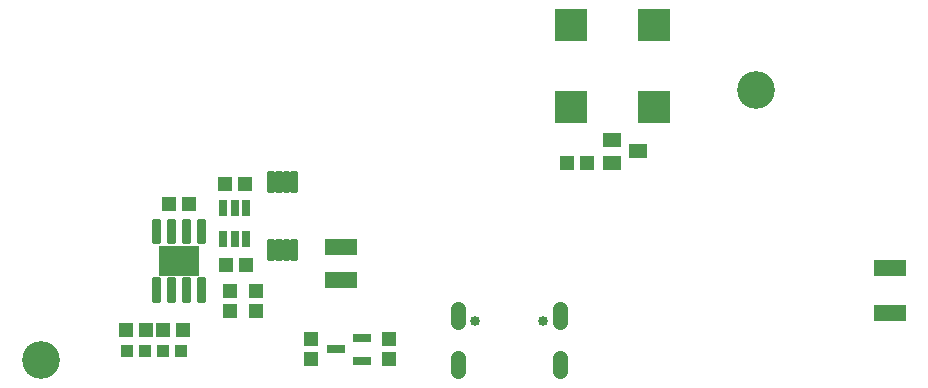
<source format=gbr>
G04 EAGLE Gerber RS-274X export*
G75*
%MOMM*%
%FSLAX34Y34*%
%LPD*%
%INSoldermask Bottom*%
%IPPOS*%
%AMOC8*
5,1,8,0,0,1.08239X$1,22.5*%
G01*
%ADD10C,3.203200*%
%ADD11R,1.303200X1.203200*%
%ADD12R,1.203200X1.303200*%
%ADD13R,0.753200X1.403200*%
%ADD14C,1.311200*%
%ADD15C,0.853200*%
%ADD16R,1.003200X1.003200*%
%ADD17R,2.703200X2.703200*%
%ADD18R,2.743200X1.473200*%
%ADD19C,0.301600*%
%ADD20R,1.603200X1.203200*%
%ADD21R,1.524000X0.762000*%
%ADD22R,1.524000X0.711200*%
%ADD23C,0.353406*%
%ADD24R,3.505200X2.616200*%


D10*
X-400201Y27035D03*
X205000Y255000D03*
D11*
X-243450Y106680D03*
X-226450Y106680D03*
D12*
X-218440Y67700D03*
X-218440Y84700D03*
X-105410Y27060D03*
X-105410Y44060D03*
X-171450Y44060D03*
X-171450Y27060D03*
D13*
X-245720Y155240D03*
X-236220Y155240D03*
X-226720Y155240D03*
X-226720Y129240D03*
X-245720Y129240D03*
X-236220Y129240D03*
D14*
X-47010Y28400D02*
X-47010Y17320D01*
X39390Y17320D02*
X39390Y28400D01*
X-47010Y59120D02*
X-47010Y70200D01*
X39390Y70200D02*
X39390Y59120D01*
D15*
X25090Y59660D03*
X-32710Y59660D03*
D16*
X-327540Y34290D03*
X-312540Y34290D03*
X-297060Y34290D03*
X-282060Y34290D03*
D17*
X118820Y240590D03*
X48820Y240590D03*
X118820Y310590D03*
X48820Y310590D03*
D18*
X-146050Y121920D03*
X-146050Y93980D03*
D19*
X-184322Y112482D02*
X-184322Y127098D01*
X-184322Y112482D02*
X-187338Y112482D01*
X-187338Y127098D01*
X-184322Y127098D01*
X-184322Y115347D02*
X-187338Y115347D01*
X-187338Y118212D02*
X-184322Y118212D01*
X-184322Y121077D02*
X-187338Y121077D01*
X-187338Y123942D02*
X-184322Y123942D01*
X-184322Y126807D02*
X-187338Y126807D01*
X-190822Y127098D02*
X-190822Y112482D01*
X-193838Y112482D01*
X-193838Y127098D01*
X-190822Y127098D01*
X-190822Y115347D02*
X-193838Y115347D01*
X-193838Y118212D02*
X-190822Y118212D01*
X-190822Y121077D02*
X-193838Y121077D01*
X-193838Y123942D02*
X-190822Y123942D01*
X-190822Y126807D02*
X-193838Y126807D01*
X-197322Y127098D02*
X-197322Y112482D01*
X-200338Y112482D01*
X-200338Y127098D01*
X-197322Y127098D01*
X-197322Y115347D02*
X-200338Y115347D01*
X-200338Y118212D02*
X-197322Y118212D01*
X-197322Y121077D02*
X-200338Y121077D01*
X-200338Y123942D02*
X-197322Y123942D01*
X-197322Y126807D02*
X-200338Y126807D01*
X-203822Y127098D02*
X-203822Y112482D01*
X-206838Y112482D01*
X-206838Y127098D01*
X-203822Y127098D01*
X-203822Y115347D02*
X-206838Y115347D01*
X-206838Y118212D02*
X-203822Y118212D01*
X-203822Y121077D02*
X-206838Y121077D01*
X-206838Y123942D02*
X-203822Y123942D01*
X-203822Y126807D02*
X-206838Y126807D01*
X-203822Y170082D02*
X-203822Y184698D01*
X-203822Y170082D02*
X-206838Y170082D01*
X-206838Y184698D01*
X-203822Y184698D01*
X-203822Y172947D02*
X-206838Y172947D01*
X-206838Y175812D02*
X-203822Y175812D01*
X-203822Y178677D02*
X-206838Y178677D01*
X-206838Y181542D02*
X-203822Y181542D01*
X-203822Y184407D02*
X-206838Y184407D01*
X-197322Y184698D02*
X-197322Y170082D01*
X-200338Y170082D01*
X-200338Y184698D01*
X-197322Y184698D01*
X-197322Y172947D02*
X-200338Y172947D01*
X-200338Y175812D02*
X-197322Y175812D01*
X-197322Y178677D02*
X-200338Y178677D01*
X-200338Y181542D02*
X-197322Y181542D01*
X-197322Y184407D02*
X-200338Y184407D01*
X-190822Y184698D02*
X-190822Y170082D01*
X-193838Y170082D01*
X-193838Y184698D01*
X-190822Y184698D01*
X-190822Y172947D02*
X-193838Y172947D01*
X-193838Y175812D02*
X-190822Y175812D01*
X-190822Y178677D02*
X-193838Y178677D01*
X-193838Y181542D02*
X-190822Y181542D01*
X-190822Y184407D02*
X-193838Y184407D01*
X-184322Y184698D02*
X-184322Y170082D01*
X-187338Y170082D01*
X-187338Y184698D01*
X-184322Y184698D01*
X-184322Y172947D02*
X-187338Y172947D01*
X-187338Y175812D02*
X-184322Y175812D01*
X-184322Y178677D02*
X-187338Y178677D01*
X-187338Y181542D02*
X-184322Y181542D01*
X-184322Y184407D02*
X-187338Y184407D01*
D12*
X-311540Y52070D03*
X-328540Y52070D03*
X-227720Y175260D03*
X-244720Y175260D03*
D11*
X-240030Y67700D03*
X-240030Y84700D03*
D12*
X-279790Y52070D03*
X-296790Y52070D03*
X44840Y193040D03*
X61840Y193040D03*
X-274710Y158750D03*
X-291710Y158750D03*
D20*
X82980Y193700D03*
X104980Y203200D03*
X82980Y212700D03*
D21*
X-128778Y44958D03*
X-128778Y26162D03*
D22*
X-150622Y35560D03*
D23*
X-304509Y126141D02*
X-304509Y144339D01*
X-300011Y144339D01*
X-300011Y126141D01*
X-304509Y126141D01*
X-304509Y129498D02*
X-300011Y129498D01*
X-300011Y132855D02*
X-304509Y132855D01*
X-304509Y136212D02*
X-300011Y136212D01*
X-300011Y139569D02*
X-304509Y139569D01*
X-304509Y142926D02*
X-300011Y142926D01*
X-291809Y144339D02*
X-291809Y126141D01*
X-291809Y144339D02*
X-287311Y144339D01*
X-287311Y126141D01*
X-291809Y126141D01*
X-291809Y129498D02*
X-287311Y129498D01*
X-287311Y132855D02*
X-291809Y132855D01*
X-291809Y136212D02*
X-287311Y136212D01*
X-287311Y139569D02*
X-291809Y139569D01*
X-291809Y142926D02*
X-287311Y142926D01*
X-279109Y144339D02*
X-279109Y126141D01*
X-279109Y144339D02*
X-274611Y144339D01*
X-274611Y126141D01*
X-279109Y126141D01*
X-279109Y129498D02*
X-274611Y129498D01*
X-274611Y132855D02*
X-279109Y132855D01*
X-279109Y136212D02*
X-274611Y136212D01*
X-274611Y139569D02*
X-279109Y139569D01*
X-279109Y142926D02*
X-274611Y142926D01*
X-266409Y144339D02*
X-266409Y126141D01*
X-266409Y144339D02*
X-261911Y144339D01*
X-261911Y126141D01*
X-266409Y126141D01*
X-266409Y129498D02*
X-261911Y129498D01*
X-261911Y132855D02*
X-266409Y132855D01*
X-266409Y136212D02*
X-261911Y136212D01*
X-261911Y139569D02*
X-266409Y139569D01*
X-266409Y142926D02*
X-261911Y142926D01*
X-266409Y94839D02*
X-266409Y76641D01*
X-266409Y94839D02*
X-261911Y94839D01*
X-261911Y76641D01*
X-266409Y76641D01*
X-266409Y79998D02*
X-261911Y79998D01*
X-261911Y83355D02*
X-266409Y83355D01*
X-266409Y86712D02*
X-261911Y86712D01*
X-261911Y90069D02*
X-266409Y90069D01*
X-266409Y93426D02*
X-261911Y93426D01*
X-279109Y94839D02*
X-279109Y76641D01*
X-279109Y94839D02*
X-274611Y94839D01*
X-274611Y76641D01*
X-279109Y76641D01*
X-279109Y79998D02*
X-274611Y79998D01*
X-274611Y83355D02*
X-279109Y83355D01*
X-279109Y86712D02*
X-274611Y86712D01*
X-274611Y90069D02*
X-279109Y90069D01*
X-279109Y93426D02*
X-274611Y93426D01*
X-291809Y94839D02*
X-291809Y76641D01*
X-291809Y94839D02*
X-287311Y94839D01*
X-287311Y76641D01*
X-291809Y76641D01*
X-291809Y79998D02*
X-287311Y79998D01*
X-287311Y83355D02*
X-291809Y83355D01*
X-291809Y86712D02*
X-287311Y86712D01*
X-287311Y90069D02*
X-291809Y90069D01*
X-291809Y93426D02*
X-287311Y93426D01*
X-304509Y94839D02*
X-304509Y76641D01*
X-304509Y94839D02*
X-300011Y94839D01*
X-300011Y76641D01*
X-304509Y76641D01*
X-304509Y79998D02*
X-300011Y79998D01*
X-300011Y83355D02*
X-304509Y83355D01*
X-304509Y86712D02*
X-300011Y86712D01*
X-300011Y90069D02*
X-304509Y90069D01*
X-304509Y93426D02*
X-300011Y93426D01*
D24*
X-283210Y110490D03*
D18*
X318770Y66040D03*
X318770Y104140D03*
M02*

</source>
